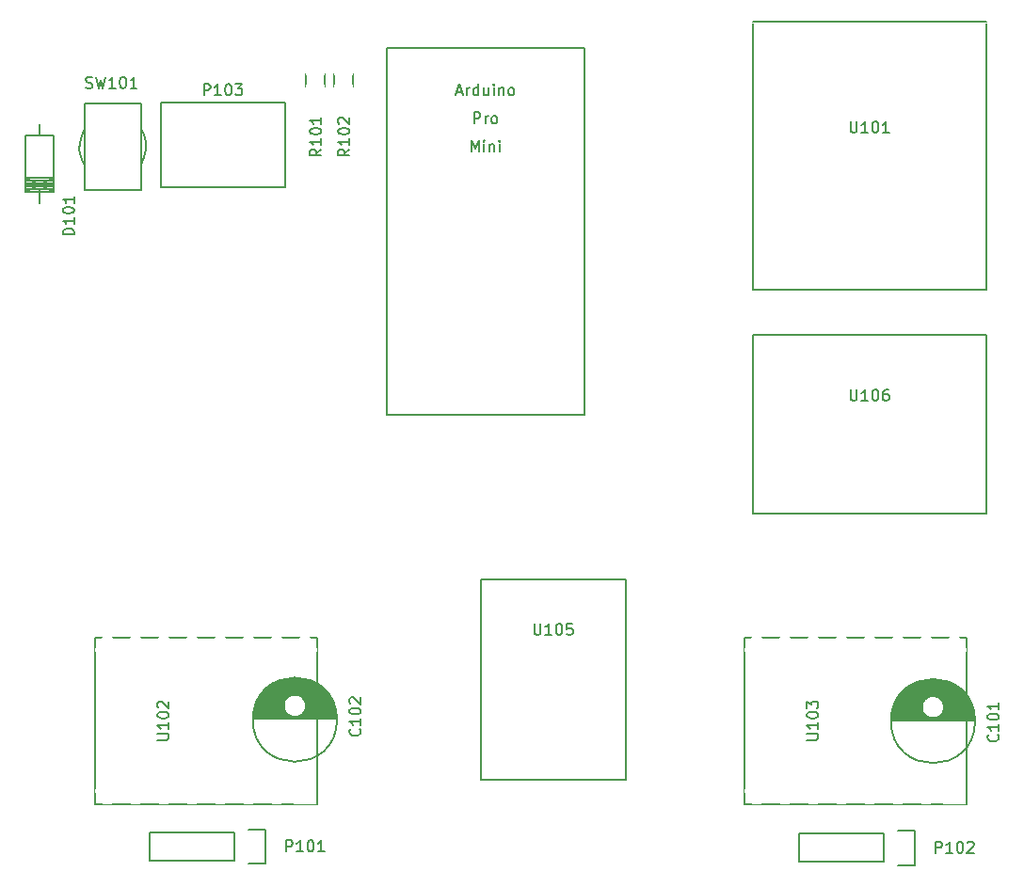
<source format=gto>
G04 #@! TF.FileFunction,Legend,Top*
%FSLAX46Y46*%
G04 Gerber Fmt 4.6, Leading zero omitted, Abs format (unit mm)*
G04 Created by KiCad (PCBNEW 4.0.5) date Tuesday, September 05, 2017 'PMt' 07:35:30 PM*
%MOMM*%
%LPD*%
G01*
G04 APERTURE LIST*
%ADD10C,0.100000*%
%ADD11C,0.150000*%
%ADD12C,3.575000*%
%ADD13C,1.700000*%
%ADD14R,1.700000X1.700000*%
%ADD15C,2.398980*%
%ADD16R,2.398980X2.398980*%
%ADD17R,2.127200X2.432000*%
%ADD18O,2.127200X2.432000*%
%ADD19R,2.940000X2.940000*%
%ADD20O,2.940000X2.940000*%
%ADD21R,1.700000X1.900000*%
%ADD22C,2.254200*%
%ADD23C,2.200000*%
G04 APERTURE END LIST*
D10*
D11*
X187386000Y-104085000D02*
X194884000Y-104085000D01*
X187391000Y-103945000D02*
X194879000Y-103945000D01*
X187402000Y-103805000D02*
X190689000Y-103805000D01*
X191581000Y-103805000D02*
X194868000Y-103805000D01*
X187418000Y-103665000D02*
X190479000Y-103665000D01*
X191791000Y-103665000D02*
X194852000Y-103665000D01*
X187439000Y-103525000D02*
X190346000Y-103525000D01*
X191924000Y-103525000D02*
X194831000Y-103525000D01*
X187466000Y-103385000D02*
X190255000Y-103385000D01*
X192015000Y-103385000D02*
X194804000Y-103385000D01*
X187498000Y-103245000D02*
X190193000Y-103245000D01*
X192077000Y-103245000D02*
X194772000Y-103245000D01*
X187536000Y-103105000D02*
X190154000Y-103105000D01*
X192116000Y-103105000D02*
X194734000Y-103105000D01*
X187580000Y-102965000D02*
X190137000Y-102965000D01*
X192133000Y-102965000D02*
X194690000Y-102965000D01*
X187631000Y-102825000D02*
X190139000Y-102825000D01*
X192131000Y-102825000D02*
X194639000Y-102825000D01*
X187687000Y-102685000D02*
X190161000Y-102685000D01*
X192109000Y-102685000D02*
X194583000Y-102685000D01*
X187751000Y-102545000D02*
X190204000Y-102545000D01*
X192066000Y-102545000D02*
X194519000Y-102545000D01*
X187821000Y-102405000D02*
X190272000Y-102405000D01*
X191998000Y-102405000D02*
X194449000Y-102405000D01*
X187899000Y-102265000D02*
X190371000Y-102265000D01*
X191899000Y-102265000D02*
X194371000Y-102265000D01*
X187985000Y-102125000D02*
X190516000Y-102125000D01*
X191754000Y-102125000D02*
X194285000Y-102125000D01*
X188080000Y-101985000D02*
X190755000Y-101985000D01*
X191515000Y-101985000D02*
X194190000Y-101985000D01*
X188185000Y-101845000D02*
X194085000Y-101845000D01*
X188300000Y-101705000D02*
X193970000Y-101705000D01*
X188428000Y-101565000D02*
X193842000Y-101565000D01*
X188569000Y-101425000D02*
X193701000Y-101425000D01*
X188727000Y-101285000D02*
X193543000Y-101285000D01*
X188905000Y-101145000D02*
X193365000Y-101145000D01*
X189108000Y-101005000D02*
X193162000Y-101005000D01*
X189345000Y-100865000D02*
X192925000Y-100865000D01*
X189631000Y-100725000D02*
X192639000Y-100725000D01*
X190003000Y-100585000D02*
X192267000Y-100585000D01*
X190624000Y-100445000D02*
X191646000Y-100445000D01*
X192135000Y-102910000D02*
G75*
G03X192135000Y-102910000I-1000000J0D01*
G01*
X194922500Y-104160000D02*
G75*
G03X194922500Y-104160000I-3787500J0D01*
G01*
X129982000Y-103958000D02*
X137480000Y-103958000D01*
X129987000Y-103818000D02*
X137475000Y-103818000D01*
X129998000Y-103678000D02*
X133285000Y-103678000D01*
X134177000Y-103678000D02*
X137464000Y-103678000D01*
X130014000Y-103538000D02*
X133075000Y-103538000D01*
X134387000Y-103538000D02*
X137448000Y-103538000D01*
X130035000Y-103398000D02*
X132942000Y-103398000D01*
X134520000Y-103398000D02*
X137427000Y-103398000D01*
X130062000Y-103258000D02*
X132851000Y-103258000D01*
X134611000Y-103258000D02*
X137400000Y-103258000D01*
X130094000Y-103118000D02*
X132789000Y-103118000D01*
X134673000Y-103118000D02*
X137368000Y-103118000D01*
X130132000Y-102978000D02*
X132750000Y-102978000D01*
X134712000Y-102978000D02*
X137330000Y-102978000D01*
X130176000Y-102838000D02*
X132733000Y-102838000D01*
X134729000Y-102838000D02*
X137286000Y-102838000D01*
X130227000Y-102698000D02*
X132735000Y-102698000D01*
X134727000Y-102698000D02*
X137235000Y-102698000D01*
X130283000Y-102558000D02*
X132757000Y-102558000D01*
X134705000Y-102558000D02*
X137179000Y-102558000D01*
X130347000Y-102418000D02*
X132800000Y-102418000D01*
X134662000Y-102418000D02*
X137115000Y-102418000D01*
X130417000Y-102278000D02*
X132868000Y-102278000D01*
X134594000Y-102278000D02*
X137045000Y-102278000D01*
X130495000Y-102138000D02*
X132967000Y-102138000D01*
X134495000Y-102138000D02*
X136967000Y-102138000D01*
X130581000Y-101998000D02*
X133112000Y-101998000D01*
X134350000Y-101998000D02*
X136881000Y-101998000D01*
X130676000Y-101858000D02*
X133351000Y-101858000D01*
X134111000Y-101858000D02*
X136786000Y-101858000D01*
X130781000Y-101718000D02*
X136681000Y-101718000D01*
X130896000Y-101578000D02*
X136566000Y-101578000D01*
X131024000Y-101438000D02*
X136438000Y-101438000D01*
X131165000Y-101298000D02*
X136297000Y-101298000D01*
X131323000Y-101158000D02*
X136139000Y-101158000D01*
X131501000Y-101018000D02*
X135961000Y-101018000D01*
X131704000Y-100878000D02*
X135758000Y-100878000D01*
X131941000Y-100738000D02*
X135521000Y-100738000D01*
X132227000Y-100598000D02*
X135235000Y-100598000D01*
X132599000Y-100458000D02*
X134863000Y-100458000D01*
X133220000Y-100318000D02*
X134242000Y-100318000D01*
X134731000Y-102783000D02*
G75*
G03X134731000Y-102783000I-1000000J0D01*
G01*
X137518500Y-104033000D02*
G75*
G03X137518500Y-104033000I-3787500J0D01*
G01*
X110741460Y-51435000D02*
X110741460Y-50419000D01*
X110741460Y-56261000D02*
X110741460Y-57531000D01*
X109471460Y-56007000D02*
X112011460Y-56007000D01*
X109471460Y-55753000D02*
X112011460Y-55753000D01*
X109471460Y-55499000D02*
X112011460Y-55499000D01*
X109471460Y-56261000D02*
X112011460Y-56261000D01*
X109471460Y-55245000D02*
X112011460Y-56515000D01*
X109471460Y-56515000D02*
X112011460Y-55245000D01*
X109471460Y-55245000D02*
X112011460Y-55245000D01*
X109471460Y-55880000D02*
X112011460Y-55880000D01*
X112011460Y-56515000D02*
X109471460Y-56515000D01*
X109471460Y-56515000D02*
X109471460Y-51435000D01*
X109471460Y-51435000D02*
X112011460Y-51435000D01*
X112011460Y-51435000D02*
X112011460Y-56515000D01*
X128270000Y-114173000D02*
X120650000Y-114173000D01*
X128270000Y-116713000D02*
X120650000Y-116713000D01*
X131090000Y-116993000D02*
X129540000Y-116993000D01*
X120650000Y-114173000D02*
X120650000Y-116713000D01*
X128270000Y-116713000D02*
X128270000Y-114173000D01*
X129540000Y-113893000D02*
X131090000Y-113893000D01*
X131090000Y-113893000D02*
X131090000Y-116993000D01*
X186690000Y-114300000D02*
X179070000Y-114300000D01*
X186690000Y-116840000D02*
X179070000Y-116840000D01*
X189510000Y-117120000D02*
X187960000Y-117120000D01*
X179070000Y-114300000D02*
X179070000Y-116840000D01*
X186690000Y-116840000D02*
X186690000Y-114300000D01*
X187960000Y-114020000D02*
X189510000Y-114020000D01*
X189510000Y-114020000D02*
X189510000Y-117120000D01*
X121674000Y-48505000D02*
X121674000Y-56105000D01*
X121674000Y-56105000D02*
X132834000Y-56105000D01*
X132834000Y-56105000D02*
X132834000Y-48505000D01*
X132834000Y-48505000D02*
X121674000Y-48505000D01*
X134697500Y-47018500D02*
X134697500Y-45818500D01*
X136447500Y-45818500D02*
X136447500Y-47018500D01*
X138987500Y-45818500D02*
X138987500Y-47018500D01*
X137237500Y-47018500D02*
X137237500Y-45818500D01*
X119913400Y-54051200D02*
X120192800Y-53416200D01*
X120192800Y-53416200D02*
X120345200Y-52755800D01*
X120345200Y-52755800D02*
X120345200Y-52146200D01*
X120345200Y-52146200D02*
X120218200Y-51587400D01*
X120218200Y-51587400D02*
X120091200Y-51181000D01*
X120091200Y-51181000D02*
X119913400Y-50901600D01*
X114808000Y-50876200D02*
X114528600Y-51435000D01*
X114528600Y-51435000D02*
X114376200Y-52095400D01*
X114376200Y-52095400D02*
X114350800Y-52705000D01*
X114350800Y-52705000D02*
X114477800Y-53365400D01*
X114477800Y-53365400D02*
X114655600Y-53822600D01*
X114655600Y-53822600D02*
X114808000Y-54051200D01*
X119888000Y-48539400D02*
X114808000Y-48539400D01*
X114808000Y-48539400D02*
X114808000Y-56362600D01*
X114808000Y-56362600D02*
X119888000Y-56362600D01*
X119888000Y-56362600D02*
X119888000Y-48539400D01*
X195920000Y-65340000D02*
X195920000Y-60840000D01*
X174920000Y-65140000D02*
X174920000Y-64640000D01*
X174920000Y-65340000D02*
X174920000Y-61340000D01*
X174920000Y-45340000D02*
X174920000Y-41340000D01*
X195920000Y-41340000D02*
X195920000Y-45340000D01*
X195920000Y-45340000D02*
X195920000Y-41340000D01*
X174920000Y-61240000D02*
X174920000Y-45240000D01*
X174920000Y-41240000D02*
X195920000Y-41240000D01*
X195920000Y-45240000D02*
X195920000Y-61240000D01*
X195920000Y-65340000D02*
X174920000Y-65340000D01*
X135730000Y-111640000D02*
X115730000Y-111640000D01*
X135730000Y-96640000D02*
X135730000Y-111640000D01*
X115730000Y-96640000D02*
X115730000Y-111640000D01*
X135730000Y-96640000D02*
X115730000Y-96640000D01*
X194150000Y-111640000D02*
X174150000Y-111640000D01*
X194150000Y-96640000D02*
X194150000Y-111640000D01*
X174150000Y-96640000D02*
X174150000Y-111640000D01*
X194150000Y-96640000D02*
X174150000Y-96640000D01*
X141986000Y-76581000D02*
X141986000Y-43561000D01*
X141986000Y-43561000D02*
X159766000Y-43561000D01*
X159766000Y-43561000D02*
X159766000Y-76581000D01*
X159766000Y-76581000D02*
X141986000Y-76581000D01*
X163472000Y-109440000D02*
X163472000Y-91440000D01*
X150472000Y-109440000D02*
X150472000Y-91440000D01*
X150472000Y-109440000D02*
X163472000Y-109440000D01*
X163472000Y-91440000D02*
X150472000Y-91440000D01*
X174920000Y-85370000D02*
X174920000Y-69370000D01*
X174920000Y-69370000D02*
X195920000Y-69370000D01*
X195920000Y-69370000D02*
X195920000Y-85370000D01*
X195920000Y-85470000D02*
X174920000Y-85470000D01*
X196953143Y-105386047D02*
X197000762Y-105433666D01*
X197048381Y-105576523D01*
X197048381Y-105671761D01*
X197000762Y-105814619D01*
X196905524Y-105909857D01*
X196810286Y-105957476D01*
X196619810Y-106005095D01*
X196476952Y-106005095D01*
X196286476Y-105957476D01*
X196191238Y-105909857D01*
X196096000Y-105814619D01*
X196048381Y-105671761D01*
X196048381Y-105576523D01*
X196096000Y-105433666D01*
X196143619Y-105386047D01*
X197048381Y-104433666D02*
X197048381Y-105005095D01*
X197048381Y-104719381D02*
X196048381Y-104719381D01*
X196191238Y-104814619D01*
X196286476Y-104909857D01*
X196334095Y-105005095D01*
X196048381Y-103814619D02*
X196048381Y-103719380D01*
X196096000Y-103624142D01*
X196143619Y-103576523D01*
X196238857Y-103528904D01*
X196429333Y-103481285D01*
X196667429Y-103481285D01*
X196857905Y-103528904D01*
X196953143Y-103576523D01*
X197000762Y-103624142D01*
X197048381Y-103719380D01*
X197048381Y-103814619D01*
X197000762Y-103909857D01*
X196953143Y-103957476D01*
X196857905Y-104005095D01*
X196667429Y-104052714D01*
X196429333Y-104052714D01*
X196238857Y-104005095D01*
X196143619Y-103957476D01*
X196096000Y-103909857D01*
X196048381Y-103814619D01*
X197048381Y-102528904D02*
X197048381Y-103100333D01*
X197048381Y-102814619D02*
X196048381Y-102814619D01*
X196191238Y-102909857D01*
X196286476Y-103005095D01*
X196334095Y-103100333D01*
X139549143Y-104878047D02*
X139596762Y-104925666D01*
X139644381Y-105068523D01*
X139644381Y-105163761D01*
X139596762Y-105306619D01*
X139501524Y-105401857D01*
X139406286Y-105449476D01*
X139215810Y-105497095D01*
X139072952Y-105497095D01*
X138882476Y-105449476D01*
X138787238Y-105401857D01*
X138692000Y-105306619D01*
X138644381Y-105163761D01*
X138644381Y-105068523D01*
X138692000Y-104925666D01*
X138739619Y-104878047D01*
X139644381Y-103925666D02*
X139644381Y-104497095D01*
X139644381Y-104211381D02*
X138644381Y-104211381D01*
X138787238Y-104306619D01*
X138882476Y-104401857D01*
X138930095Y-104497095D01*
X138644381Y-103306619D02*
X138644381Y-103211380D01*
X138692000Y-103116142D01*
X138739619Y-103068523D01*
X138834857Y-103020904D01*
X139025333Y-102973285D01*
X139263429Y-102973285D01*
X139453905Y-103020904D01*
X139549143Y-103068523D01*
X139596762Y-103116142D01*
X139644381Y-103211380D01*
X139644381Y-103306619D01*
X139596762Y-103401857D01*
X139549143Y-103449476D01*
X139453905Y-103497095D01*
X139263429Y-103544714D01*
X139025333Y-103544714D01*
X138834857Y-103497095D01*
X138739619Y-103449476D01*
X138692000Y-103401857D01*
X138644381Y-103306619D01*
X138739619Y-102592333D02*
X138692000Y-102544714D01*
X138644381Y-102449476D01*
X138644381Y-102211380D01*
X138692000Y-102116142D01*
X138739619Y-102068523D01*
X138834857Y-102020904D01*
X138930095Y-102020904D01*
X139072952Y-102068523D01*
X139644381Y-102639952D01*
X139644381Y-102020904D01*
X113863381Y-60364476D02*
X112863381Y-60364476D01*
X112863381Y-60126381D01*
X112911000Y-59983523D01*
X113006238Y-59888285D01*
X113101476Y-59840666D01*
X113291952Y-59793047D01*
X113434810Y-59793047D01*
X113625286Y-59840666D01*
X113720524Y-59888285D01*
X113815762Y-59983523D01*
X113863381Y-60126381D01*
X113863381Y-60364476D01*
X113863381Y-58840666D02*
X113863381Y-59412095D01*
X113863381Y-59126381D02*
X112863381Y-59126381D01*
X113006238Y-59221619D01*
X113101476Y-59316857D01*
X113149095Y-59412095D01*
X112863381Y-58221619D02*
X112863381Y-58126380D01*
X112911000Y-58031142D01*
X112958619Y-57983523D01*
X113053857Y-57935904D01*
X113244333Y-57888285D01*
X113482429Y-57888285D01*
X113672905Y-57935904D01*
X113768143Y-57983523D01*
X113815762Y-58031142D01*
X113863381Y-58126380D01*
X113863381Y-58221619D01*
X113815762Y-58316857D01*
X113768143Y-58364476D01*
X113672905Y-58412095D01*
X113482429Y-58459714D01*
X113244333Y-58459714D01*
X113053857Y-58412095D01*
X112958619Y-58364476D01*
X112911000Y-58316857D01*
X112863381Y-58221619D01*
X113863381Y-56935904D02*
X113863381Y-57507333D01*
X113863381Y-57221619D02*
X112863381Y-57221619D01*
X113006238Y-57316857D01*
X113101476Y-57412095D01*
X113149095Y-57507333D01*
X132949524Y-115895381D02*
X132949524Y-114895381D01*
X133330477Y-114895381D01*
X133425715Y-114943000D01*
X133473334Y-114990619D01*
X133520953Y-115085857D01*
X133520953Y-115228714D01*
X133473334Y-115323952D01*
X133425715Y-115371571D01*
X133330477Y-115419190D01*
X132949524Y-115419190D01*
X134473334Y-115895381D02*
X133901905Y-115895381D01*
X134187619Y-115895381D02*
X134187619Y-114895381D01*
X134092381Y-115038238D01*
X133997143Y-115133476D01*
X133901905Y-115181095D01*
X135092381Y-114895381D02*
X135187620Y-114895381D01*
X135282858Y-114943000D01*
X135330477Y-114990619D01*
X135378096Y-115085857D01*
X135425715Y-115276333D01*
X135425715Y-115514429D01*
X135378096Y-115704905D01*
X135330477Y-115800143D01*
X135282858Y-115847762D01*
X135187620Y-115895381D01*
X135092381Y-115895381D01*
X134997143Y-115847762D01*
X134949524Y-115800143D01*
X134901905Y-115704905D01*
X134854286Y-115514429D01*
X134854286Y-115276333D01*
X134901905Y-115085857D01*
X134949524Y-114990619D01*
X134997143Y-114943000D01*
X135092381Y-114895381D01*
X136378096Y-115895381D02*
X135806667Y-115895381D01*
X136092381Y-115895381D02*
X136092381Y-114895381D01*
X135997143Y-115038238D01*
X135901905Y-115133476D01*
X135806667Y-115181095D01*
X191369524Y-116022381D02*
X191369524Y-115022381D01*
X191750477Y-115022381D01*
X191845715Y-115070000D01*
X191893334Y-115117619D01*
X191940953Y-115212857D01*
X191940953Y-115355714D01*
X191893334Y-115450952D01*
X191845715Y-115498571D01*
X191750477Y-115546190D01*
X191369524Y-115546190D01*
X192893334Y-116022381D02*
X192321905Y-116022381D01*
X192607619Y-116022381D02*
X192607619Y-115022381D01*
X192512381Y-115165238D01*
X192417143Y-115260476D01*
X192321905Y-115308095D01*
X193512381Y-115022381D02*
X193607620Y-115022381D01*
X193702858Y-115070000D01*
X193750477Y-115117619D01*
X193798096Y-115212857D01*
X193845715Y-115403333D01*
X193845715Y-115641429D01*
X193798096Y-115831905D01*
X193750477Y-115927143D01*
X193702858Y-115974762D01*
X193607620Y-116022381D01*
X193512381Y-116022381D01*
X193417143Y-115974762D01*
X193369524Y-115927143D01*
X193321905Y-115831905D01*
X193274286Y-115641429D01*
X193274286Y-115403333D01*
X193321905Y-115212857D01*
X193369524Y-115117619D01*
X193417143Y-115070000D01*
X193512381Y-115022381D01*
X194226667Y-115117619D02*
X194274286Y-115070000D01*
X194369524Y-115022381D01*
X194607620Y-115022381D01*
X194702858Y-115070000D01*
X194750477Y-115117619D01*
X194798096Y-115212857D01*
X194798096Y-115308095D01*
X194750477Y-115450952D01*
X194179048Y-116022381D01*
X194798096Y-116022381D01*
X125563524Y-47823381D02*
X125563524Y-46823381D01*
X125944477Y-46823381D01*
X126039715Y-46871000D01*
X126087334Y-46918619D01*
X126134953Y-47013857D01*
X126134953Y-47156714D01*
X126087334Y-47251952D01*
X126039715Y-47299571D01*
X125944477Y-47347190D01*
X125563524Y-47347190D01*
X127087334Y-47823381D02*
X126515905Y-47823381D01*
X126801619Y-47823381D02*
X126801619Y-46823381D01*
X126706381Y-46966238D01*
X126611143Y-47061476D01*
X126515905Y-47109095D01*
X127706381Y-46823381D02*
X127801620Y-46823381D01*
X127896858Y-46871000D01*
X127944477Y-46918619D01*
X127992096Y-47013857D01*
X128039715Y-47204333D01*
X128039715Y-47442429D01*
X127992096Y-47632905D01*
X127944477Y-47728143D01*
X127896858Y-47775762D01*
X127801620Y-47823381D01*
X127706381Y-47823381D01*
X127611143Y-47775762D01*
X127563524Y-47728143D01*
X127515905Y-47632905D01*
X127468286Y-47442429D01*
X127468286Y-47204333D01*
X127515905Y-47013857D01*
X127563524Y-46918619D01*
X127611143Y-46871000D01*
X127706381Y-46823381D01*
X128373048Y-46823381D02*
X128992096Y-46823381D01*
X128658762Y-47204333D01*
X128801620Y-47204333D01*
X128896858Y-47251952D01*
X128944477Y-47299571D01*
X128992096Y-47394810D01*
X128992096Y-47632905D01*
X128944477Y-47728143D01*
X128896858Y-47775762D01*
X128801620Y-47823381D01*
X128515905Y-47823381D01*
X128420667Y-47775762D01*
X128373048Y-47728143D01*
X136088381Y-52681047D02*
X135612190Y-53014381D01*
X136088381Y-53252476D02*
X135088381Y-53252476D01*
X135088381Y-52871523D01*
X135136000Y-52776285D01*
X135183619Y-52728666D01*
X135278857Y-52681047D01*
X135421714Y-52681047D01*
X135516952Y-52728666D01*
X135564571Y-52776285D01*
X135612190Y-52871523D01*
X135612190Y-53252476D01*
X136088381Y-51728666D02*
X136088381Y-52300095D01*
X136088381Y-52014381D02*
X135088381Y-52014381D01*
X135231238Y-52109619D01*
X135326476Y-52204857D01*
X135374095Y-52300095D01*
X135088381Y-51109619D02*
X135088381Y-51014380D01*
X135136000Y-50919142D01*
X135183619Y-50871523D01*
X135278857Y-50823904D01*
X135469333Y-50776285D01*
X135707429Y-50776285D01*
X135897905Y-50823904D01*
X135993143Y-50871523D01*
X136040762Y-50919142D01*
X136088381Y-51014380D01*
X136088381Y-51109619D01*
X136040762Y-51204857D01*
X135993143Y-51252476D01*
X135897905Y-51300095D01*
X135707429Y-51347714D01*
X135469333Y-51347714D01*
X135278857Y-51300095D01*
X135183619Y-51252476D01*
X135136000Y-51204857D01*
X135088381Y-51109619D01*
X136088381Y-49823904D02*
X136088381Y-50395333D01*
X136088381Y-50109619D02*
X135088381Y-50109619D01*
X135231238Y-50204857D01*
X135326476Y-50300095D01*
X135374095Y-50395333D01*
X138628381Y-52681047D02*
X138152190Y-53014381D01*
X138628381Y-53252476D02*
X137628381Y-53252476D01*
X137628381Y-52871523D01*
X137676000Y-52776285D01*
X137723619Y-52728666D01*
X137818857Y-52681047D01*
X137961714Y-52681047D01*
X138056952Y-52728666D01*
X138104571Y-52776285D01*
X138152190Y-52871523D01*
X138152190Y-53252476D01*
X138628381Y-51728666D02*
X138628381Y-52300095D01*
X138628381Y-52014381D02*
X137628381Y-52014381D01*
X137771238Y-52109619D01*
X137866476Y-52204857D01*
X137914095Y-52300095D01*
X137628381Y-51109619D02*
X137628381Y-51014380D01*
X137676000Y-50919142D01*
X137723619Y-50871523D01*
X137818857Y-50823904D01*
X138009333Y-50776285D01*
X138247429Y-50776285D01*
X138437905Y-50823904D01*
X138533143Y-50871523D01*
X138580762Y-50919142D01*
X138628381Y-51014380D01*
X138628381Y-51109619D01*
X138580762Y-51204857D01*
X138533143Y-51252476D01*
X138437905Y-51300095D01*
X138247429Y-51347714D01*
X138009333Y-51347714D01*
X137818857Y-51300095D01*
X137723619Y-51252476D01*
X137676000Y-51204857D01*
X137628381Y-51109619D01*
X137723619Y-50395333D02*
X137676000Y-50347714D01*
X137628381Y-50252476D01*
X137628381Y-50014380D01*
X137676000Y-49919142D01*
X137723619Y-49871523D01*
X137818857Y-49823904D01*
X137914095Y-49823904D01*
X138056952Y-49871523D01*
X138628381Y-50442952D01*
X138628381Y-49823904D01*
X114935286Y-47140762D02*
X115078143Y-47188381D01*
X115316239Y-47188381D01*
X115411477Y-47140762D01*
X115459096Y-47093143D01*
X115506715Y-46997905D01*
X115506715Y-46902667D01*
X115459096Y-46807429D01*
X115411477Y-46759810D01*
X115316239Y-46712190D01*
X115125762Y-46664571D01*
X115030524Y-46616952D01*
X114982905Y-46569333D01*
X114935286Y-46474095D01*
X114935286Y-46378857D01*
X114982905Y-46283619D01*
X115030524Y-46236000D01*
X115125762Y-46188381D01*
X115363858Y-46188381D01*
X115506715Y-46236000D01*
X115840048Y-46188381D02*
X116078143Y-47188381D01*
X116268620Y-46474095D01*
X116459096Y-47188381D01*
X116697191Y-46188381D01*
X117601953Y-47188381D02*
X117030524Y-47188381D01*
X117316238Y-47188381D02*
X117316238Y-46188381D01*
X117221000Y-46331238D01*
X117125762Y-46426476D01*
X117030524Y-46474095D01*
X118221000Y-46188381D02*
X118316239Y-46188381D01*
X118411477Y-46236000D01*
X118459096Y-46283619D01*
X118506715Y-46378857D01*
X118554334Y-46569333D01*
X118554334Y-46807429D01*
X118506715Y-46997905D01*
X118459096Y-47093143D01*
X118411477Y-47140762D01*
X118316239Y-47188381D01*
X118221000Y-47188381D01*
X118125762Y-47140762D01*
X118078143Y-47093143D01*
X118030524Y-46997905D01*
X117982905Y-46807429D01*
X117982905Y-46569333D01*
X118030524Y-46378857D01*
X118078143Y-46283619D01*
X118125762Y-46236000D01*
X118221000Y-46188381D01*
X119506715Y-47188381D02*
X118935286Y-47188381D01*
X119221000Y-47188381D02*
X119221000Y-46188381D01*
X119125762Y-46331238D01*
X119030524Y-46426476D01*
X118935286Y-46474095D01*
X183705714Y-50192381D02*
X183705714Y-51001905D01*
X183753333Y-51097143D01*
X183800952Y-51144762D01*
X183896190Y-51192381D01*
X184086667Y-51192381D01*
X184181905Y-51144762D01*
X184229524Y-51097143D01*
X184277143Y-51001905D01*
X184277143Y-50192381D01*
X185277143Y-51192381D02*
X184705714Y-51192381D01*
X184991428Y-51192381D02*
X184991428Y-50192381D01*
X184896190Y-50335238D01*
X184800952Y-50430476D01*
X184705714Y-50478095D01*
X185896190Y-50192381D02*
X185991429Y-50192381D01*
X186086667Y-50240000D01*
X186134286Y-50287619D01*
X186181905Y-50382857D01*
X186229524Y-50573333D01*
X186229524Y-50811429D01*
X186181905Y-51001905D01*
X186134286Y-51097143D01*
X186086667Y-51144762D01*
X185991429Y-51192381D01*
X185896190Y-51192381D01*
X185800952Y-51144762D01*
X185753333Y-51097143D01*
X185705714Y-51001905D01*
X185658095Y-50811429D01*
X185658095Y-50573333D01*
X185705714Y-50382857D01*
X185753333Y-50287619D01*
X185800952Y-50240000D01*
X185896190Y-50192381D01*
X187181905Y-51192381D02*
X186610476Y-51192381D01*
X186896190Y-51192381D02*
X186896190Y-50192381D01*
X186800952Y-50335238D01*
X186705714Y-50430476D01*
X186610476Y-50478095D01*
X121372381Y-105854286D02*
X122181905Y-105854286D01*
X122277143Y-105806667D01*
X122324762Y-105759048D01*
X122372381Y-105663810D01*
X122372381Y-105473333D01*
X122324762Y-105378095D01*
X122277143Y-105330476D01*
X122181905Y-105282857D01*
X121372381Y-105282857D01*
X122372381Y-104282857D02*
X122372381Y-104854286D01*
X122372381Y-104568572D02*
X121372381Y-104568572D01*
X121515238Y-104663810D01*
X121610476Y-104759048D01*
X121658095Y-104854286D01*
X121372381Y-103663810D02*
X121372381Y-103568571D01*
X121420000Y-103473333D01*
X121467619Y-103425714D01*
X121562857Y-103378095D01*
X121753333Y-103330476D01*
X121991429Y-103330476D01*
X122181905Y-103378095D01*
X122277143Y-103425714D01*
X122324762Y-103473333D01*
X122372381Y-103568571D01*
X122372381Y-103663810D01*
X122324762Y-103759048D01*
X122277143Y-103806667D01*
X122181905Y-103854286D01*
X121991429Y-103901905D01*
X121753333Y-103901905D01*
X121562857Y-103854286D01*
X121467619Y-103806667D01*
X121420000Y-103759048D01*
X121372381Y-103663810D01*
X121467619Y-102949524D02*
X121420000Y-102901905D01*
X121372381Y-102806667D01*
X121372381Y-102568571D01*
X121420000Y-102473333D01*
X121467619Y-102425714D01*
X121562857Y-102378095D01*
X121658095Y-102378095D01*
X121800952Y-102425714D01*
X122372381Y-102997143D01*
X122372381Y-102378095D01*
X179792381Y-105854286D02*
X180601905Y-105854286D01*
X180697143Y-105806667D01*
X180744762Y-105759048D01*
X180792381Y-105663810D01*
X180792381Y-105473333D01*
X180744762Y-105378095D01*
X180697143Y-105330476D01*
X180601905Y-105282857D01*
X179792381Y-105282857D01*
X180792381Y-104282857D02*
X180792381Y-104854286D01*
X180792381Y-104568572D02*
X179792381Y-104568572D01*
X179935238Y-104663810D01*
X180030476Y-104759048D01*
X180078095Y-104854286D01*
X179792381Y-103663810D02*
X179792381Y-103568571D01*
X179840000Y-103473333D01*
X179887619Y-103425714D01*
X179982857Y-103378095D01*
X180173333Y-103330476D01*
X180411429Y-103330476D01*
X180601905Y-103378095D01*
X180697143Y-103425714D01*
X180744762Y-103473333D01*
X180792381Y-103568571D01*
X180792381Y-103663810D01*
X180744762Y-103759048D01*
X180697143Y-103806667D01*
X180601905Y-103854286D01*
X180411429Y-103901905D01*
X180173333Y-103901905D01*
X179982857Y-103854286D01*
X179887619Y-103806667D01*
X179840000Y-103759048D01*
X179792381Y-103663810D01*
X179792381Y-102997143D02*
X179792381Y-102378095D01*
X180173333Y-102711429D01*
X180173333Y-102568571D01*
X180220952Y-102473333D01*
X180268571Y-102425714D01*
X180363810Y-102378095D01*
X180601905Y-102378095D01*
X180697143Y-102425714D01*
X180744762Y-102473333D01*
X180792381Y-102568571D01*
X180792381Y-102854286D01*
X180744762Y-102949524D01*
X180697143Y-102997143D01*
X149614096Y-52903381D02*
X149614096Y-51903381D01*
X149947430Y-52617667D01*
X150280763Y-51903381D01*
X150280763Y-52903381D01*
X150756953Y-52903381D02*
X150756953Y-52236714D01*
X150756953Y-51903381D02*
X150709334Y-51951000D01*
X150756953Y-51998619D01*
X150804572Y-51951000D01*
X150756953Y-51903381D01*
X150756953Y-51998619D01*
X151233143Y-52236714D02*
X151233143Y-52903381D01*
X151233143Y-52331952D02*
X151280762Y-52284333D01*
X151376000Y-52236714D01*
X151518858Y-52236714D01*
X151614096Y-52284333D01*
X151661715Y-52379571D01*
X151661715Y-52903381D01*
X152137905Y-52903381D02*
X152137905Y-52236714D01*
X152137905Y-51903381D02*
X152090286Y-51951000D01*
X152137905Y-51998619D01*
X152185524Y-51951000D01*
X152137905Y-51903381D01*
X152137905Y-51998619D01*
X149852190Y-50363381D02*
X149852190Y-49363381D01*
X150233143Y-49363381D01*
X150328381Y-49411000D01*
X150376000Y-49458619D01*
X150423619Y-49553857D01*
X150423619Y-49696714D01*
X150376000Y-49791952D01*
X150328381Y-49839571D01*
X150233143Y-49887190D01*
X149852190Y-49887190D01*
X150852190Y-50363381D02*
X150852190Y-49696714D01*
X150852190Y-49887190D02*
X150899809Y-49791952D01*
X150947428Y-49744333D01*
X151042666Y-49696714D01*
X151137905Y-49696714D01*
X151614095Y-50363381D02*
X151518857Y-50315762D01*
X151471238Y-50268143D01*
X151423619Y-50172905D01*
X151423619Y-49887190D01*
X151471238Y-49791952D01*
X151518857Y-49744333D01*
X151614095Y-49696714D01*
X151756953Y-49696714D01*
X151852191Y-49744333D01*
X151899810Y-49791952D01*
X151947429Y-49887190D01*
X151947429Y-50172905D01*
X151899810Y-50268143D01*
X151852191Y-50315762D01*
X151756953Y-50363381D01*
X151614095Y-50363381D01*
X148280762Y-47537667D02*
X148756953Y-47537667D01*
X148185524Y-47823381D02*
X148518857Y-46823381D01*
X148852191Y-47823381D01*
X149185524Y-47823381D02*
X149185524Y-47156714D01*
X149185524Y-47347190D02*
X149233143Y-47251952D01*
X149280762Y-47204333D01*
X149376000Y-47156714D01*
X149471239Y-47156714D01*
X150233144Y-47823381D02*
X150233144Y-46823381D01*
X150233144Y-47775762D02*
X150137906Y-47823381D01*
X149947429Y-47823381D01*
X149852191Y-47775762D01*
X149804572Y-47728143D01*
X149756953Y-47632905D01*
X149756953Y-47347190D01*
X149804572Y-47251952D01*
X149852191Y-47204333D01*
X149947429Y-47156714D01*
X150137906Y-47156714D01*
X150233144Y-47204333D01*
X151137906Y-47156714D02*
X151137906Y-47823381D01*
X150709334Y-47156714D02*
X150709334Y-47680524D01*
X150756953Y-47775762D01*
X150852191Y-47823381D01*
X150995049Y-47823381D01*
X151090287Y-47775762D01*
X151137906Y-47728143D01*
X151614096Y-47823381D02*
X151614096Y-47156714D01*
X151614096Y-46823381D02*
X151566477Y-46871000D01*
X151614096Y-46918619D01*
X151661715Y-46871000D01*
X151614096Y-46823381D01*
X151614096Y-46918619D01*
X152090286Y-47156714D02*
X152090286Y-47823381D01*
X152090286Y-47251952D02*
X152137905Y-47204333D01*
X152233143Y-47156714D01*
X152376001Y-47156714D01*
X152471239Y-47204333D01*
X152518858Y-47299571D01*
X152518858Y-47823381D01*
X153137905Y-47823381D02*
X153042667Y-47775762D01*
X152995048Y-47728143D01*
X152947429Y-47632905D01*
X152947429Y-47347190D01*
X152995048Y-47251952D01*
X153042667Y-47204333D01*
X153137905Y-47156714D01*
X153280763Y-47156714D01*
X153376001Y-47204333D01*
X153423620Y-47251952D01*
X153471239Y-47347190D01*
X153471239Y-47632905D01*
X153423620Y-47728143D01*
X153376001Y-47775762D01*
X153280763Y-47823381D01*
X153137905Y-47823381D01*
X155257714Y-95392381D02*
X155257714Y-96201905D01*
X155305333Y-96297143D01*
X155352952Y-96344762D01*
X155448190Y-96392381D01*
X155638667Y-96392381D01*
X155733905Y-96344762D01*
X155781524Y-96297143D01*
X155829143Y-96201905D01*
X155829143Y-95392381D01*
X156829143Y-96392381D02*
X156257714Y-96392381D01*
X156543428Y-96392381D02*
X156543428Y-95392381D01*
X156448190Y-95535238D01*
X156352952Y-95630476D01*
X156257714Y-95678095D01*
X157448190Y-95392381D02*
X157543429Y-95392381D01*
X157638667Y-95440000D01*
X157686286Y-95487619D01*
X157733905Y-95582857D01*
X157781524Y-95773333D01*
X157781524Y-96011429D01*
X157733905Y-96201905D01*
X157686286Y-96297143D01*
X157638667Y-96344762D01*
X157543429Y-96392381D01*
X157448190Y-96392381D01*
X157352952Y-96344762D01*
X157305333Y-96297143D01*
X157257714Y-96201905D01*
X157210095Y-96011429D01*
X157210095Y-95773333D01*
X157257714Y-95582857D01*
X157305333Y-95487619D01*
X157352952Y-95440000D01*
X157448190Y-95392381D01*
X158686286Y-95392381D02*
X158210095Y-95392381D01*
X158162476Y-95868571D01*
X158210095Y-95820952D01*
X158305333Y-95773333D01*
X158543429Y-95773333D01*
X158638667Y-95820952D01*
X158686286Y-95868571D01*
X158733905Y-95963810D01*
X158733905Y-96201905D01*
X158686286Y-96297143D01*
X158638667Y-96344762D01*
X158543429Y-96392381D01*
X158305333Y-96392381D01*
X158210095Y-96344762D01*
X158162476Y-96297143D01*
X183705714Y-74322381D02*
X183705714Y-75131905D01*
X183753333Y-75227143D01*
X183800952Y-75274762D01*
X183896190Y-75322381D01*
X184086667Y-75322381D01*
X184181905Y-75274762D01*
X184229524Y-75227143D01*
X184277143Y-75131905D01*
X184277143Y-74322381D01*
X185277143Y-75322381D02*
X184705714Y-75322381D01*
X184991428Y-75322381D02*
X184991428Y-74322381D01*
X184896190Y-74465238D01*
X184800952Y-74560476D01*
X184705714Y-74608095D01*
X185896190Y-74322381D02*
X185991429Y-74322381D01*
X186086667Y-74370000D01*
X186134286Y-74417619D01*
X186181905Y-74512857D01*
X186229524Y-74703333D01*
X186229524Y-74941429D01*
X186181905Y-75131905D01*
X186134286Y-75227143D01*
X186086667Y-75274762D01*
X185991429Y-75322381D01*
X185896190Y-75322381D01*
X185800952Y-75274762D01*
X185753333Y-75227143D01*
X185705714Y-75131905D01*
X185658095Y-74941429D01*
X185658095Y-74703333D01*
X185705714Y-74512857D01*
X185753333Y-74417619D01*
X185800952Y-74370000D01*
X185896190Y-74322381D01*
X187086667Y-74322381D02*
X186896190Y-74322381D01*
X186800952Y-74370000D01*
X186753333Y-74417619D01*
X186658095Y-74560476D01*
X186610476Y-74750952D01*
X186610476Y-75131905D01*
X186658095Y-75227143D01*
X186705714Y-75274762D01*
X186800952Y-75322381D01*
X186991429Y-75322381D01*
X187086667Y-75274762D01*
X187134286Y-75227143D01*
X187181905Y-75131905D01*
X187181905Y-74893810D01*
X187134286Y-74798571D01*
X187086667Y-74750952D01*
X186991429Y-74703333D01*
X186800952Y-74703333D01*
X186705714Y-74750952D01*
X186658095Y-74798571D01*
X186610476Y-74893810D01*
%LPC*%
D12*
X109220000Y-116840000D03*
X203200000Y-116840000D03*
X203200000Y-43180000D03*
X109220000Y-43180000D03*
D13*
X191135000Y-102910000D03*
D14*
X191135000Y-105410000D03*
D13*
X133731000Y-102783000D03*
D14*
X133731000Y-105283000D03*
D15*
X110741460Y-48895000D03*
D16*
X110741460Y-59055000D03*
D17*
X129540000Y-115443000D03*
D18*
X127000000Y-115443000D03*
X124460000Y-115443000D03*
X121920000Y-115443000D03*
D17*
X187960000Y-115570000D03*
D18*
X185420000Y-115570000D03*
X182880000Y-115570000D03*
X180340000Y-115570000D03*
D19*
X124714000Y-52705000D03*
D20*
X129794000Y-52705000D03*
D21*
X135572500Y-45068500D03*
X135572500Y-47768500D03*
X138112500Y-47768500D03*
X138112500Y-45068500D03*
D22*
X117348000Y-54991000D03*
X117348000Y-49911000D03*
X117348000Y-52451000D03*
D17*
X176470000Y-63540000D03*
D18*
X179010000Y-63540000D03*
X181550000Y-63540000D03*
X184090000Y-63540000D03*
X186630000Y-63540000D03*
X189170000Y-63540000D03*
X191710000Y-63540000D03*
X194250000Y-63540000D03*
X116840000Y-110490000D03*
X119380000Y-110490000D03*
X121920000Y-110490000D03*
X124460000Y-110490000D03*
X127000000Y-110490000D03*
X129540000Y-110490000D03*
X132080000Y-110490000D03*
D17*
X134620000Y-110490000D03*
D18*
X134620000Y-97790000D03*
X132080000Y-97790000D03*
X129540000Y-97790000D03*
X127000000Y-97790000D03*
X124460000Y-97790000D03*
X121920000Y-97790000D03*
X119380000Y-97790000D03*
X116840000Y-97790000D03*
X175260000Y-110490000D03*
X177800000Y-110490000D03*
X180340000Y-110490000D03*
X182880000Y-110490000D03*
X185420000Y-110490000D03*
X187960000Y-110490000D03*
X190500000Y-110490000D03*
D17*
X193040000Y-110490000D03*
D18*
X193040000Y-97790000D03*
X190500000Y-97790000D03*
X187960000Y-97790000D03*
X185420000Y-97790000D03*
X182880000Y-97790000D03*
X180340000Y-97790000D03*
X177800000Y-97790000D03*
X175260000Y-97790000D03*
D23*
X155575000Y-66548000D03*
X155575000Y-69088000D03*
X155575000Y-58674000D03*
X155575000Y-56134000D03*
X158496000Y-75311000D03*
X158496000Y-72771000D03*
X158496000Y-67691000D03*
X158496000Y-70231000D03*
X158496000Y-60071000D03*
X158496000Y-57531000D03*
X158496000Y-62611000D03*
X158496000Y-65151000D03*
X158496000Y-54991000D03*
X158496000Y-52451000D03*
X158496000Y-47371000D03*
X158496000Y-49911000D03*
X143256000Y-49911000D03*
X143256000Y-47371000D03*
X143256000Y-52451000D03*
X143256000Y-54991000D03*
X143256000Y-65151000D03*
X143256000Y-62611000D03*
X143256000Y-57531000D03*
X143256000Y-60071000D03*
X143256000Y-70231000D03*
X143256000Y-67691000D03*
X143256000Y-72771000D03*
X143256000Y-75311000D03*
D17*
X162122000Y-92790000D03*
D18*
X159582000Y-92790000D03*
X157042000Y-92790000D03*
X154502000Y-92790000D03*
X151962000Y-92790000D03*
D17*
X176470000Y-83870000D03*
D18*
X179010000Y-83870000D03*
X181550000Y-83870000D03*
X184090000Y-83870000D03*
X186630000Y-83870000D03*
X189170000Y-83870000D03*
X191710000Y-83870000D03*
X194250000Y-83870000D03*
M02*

</source>
